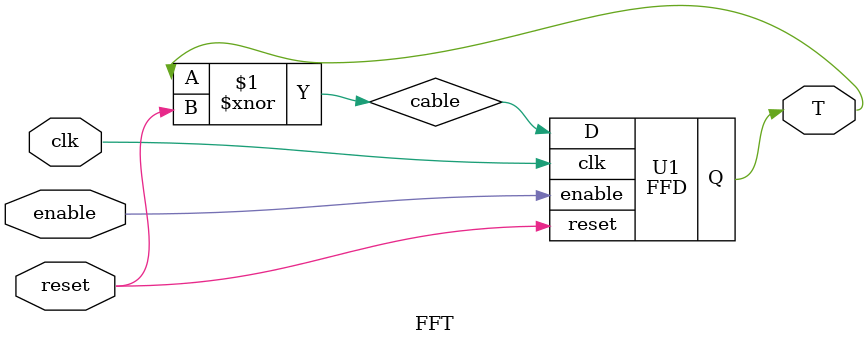
<source format=v>


module FFD(input wire clk, reset, enable, D, output reg Q);

  always @(posedge clk or posedge reset or posedge enable)
    begin
      if (reset) Q <= 1'b0;
      else if (enable) Q <= D;
      else Q <= Q;
    end

endmodule


// Flip Flop tipo T
module FFT(input wire clk, reset, enable, output wire T);

  wire cable;
  assign cable = T ^~ reset;


  FFD U1(clk, reset, enable, cable, T);


endmodule


/* //Este flip flip devulve el negado de la entrada
//no es necesario para el laboratorio 
module FFX(input wire clk, reset, enable, D, Q, output reg N);

  FFD U1(clk, reset, enable, D, Q);


  always @(posedge clk or posedge reset or enable)
    begin
      if (reset)  N <= 1'b0;
      else if (enable) N <= ~D;
      else  N <= ~Q;
    end

endmodule
*/
</source>
